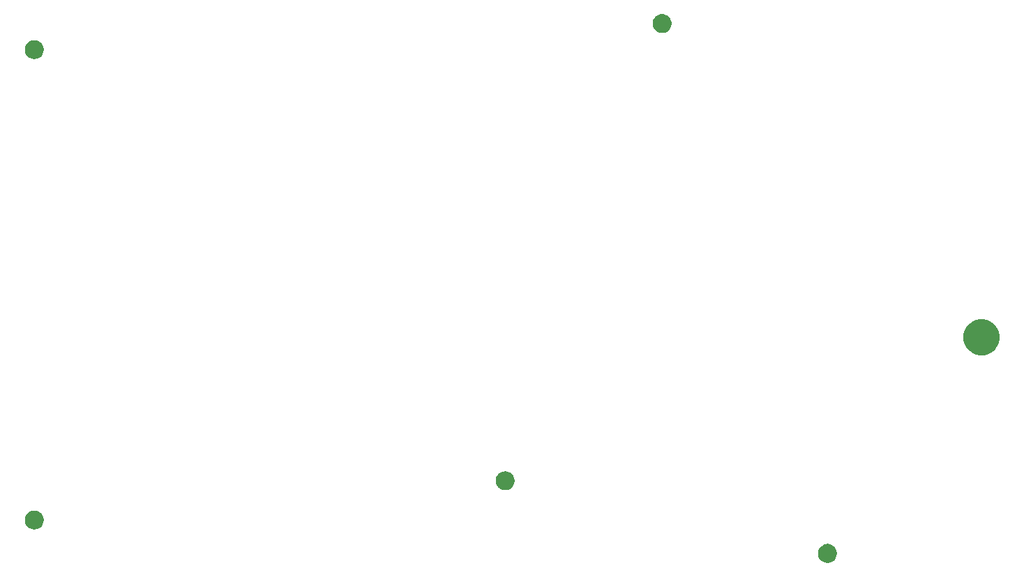
<source format=gbr>
G04 #@! TF.GenerationSoftware,KiCad,Pcbnew,(5.1.6)-1*
G04 #@! TF.CreationDate,2020-10-24T16:39:11+08:00*
G04 #@! TF.ProjectId,Cantaloupe_Base,43616e74-616c-46f7-9570-655f42617365,rev?*
G04 #@! TF.SameCoordinates,Original*
G04 #@! TF.FileFunction,Soldermask,Top*
G04 #@! TF.FilePolarity,Negative*
%FSLAX46Y46*%
G04 Gerber Fmt 4.6, Leading zero omitted, Abs format (unit mm)*
G04 Created by KiCad (PCBNEW (5.1.6)-1) date 2020-10-24 16:39:11*
%MOMM*%
%LPD*%
G01*
G04 APERTURE LIST*
%ADD10C,0.100000*%
G04 APERTURE END LIST*
D10*
G36*
X310805799Y-120408616D02*
G01*
X310916984Y-120430732D01*
X311126453Y-120517497D01*
X311314970Y-120643460D01*
X311475290Y-120803780D01*
X311601253Y-120992297D01*
X311688018Y-121201766D01*
X311732250Y-121424136D01*
X311732250Y-121650864D01*
X311688018Y-121873234D01*
X311601253Y-122082703D01*
X311475290Y-122271220D01*
X311314970Y-122431540D01*
X311126453Y-122557503D01*
X310916984Y-122644268D01*
X310805799Y-122666384D01*
X310694615Y-122688500D01*
X310467885Y-122688500D01*
X310356701Y-122666384D01*
X310245516Y-122644268D01*
X310036047Y-122557503D01*
X309847530Y-122431540D01*
X309687210Y-122271220D01*
X309561247Y-122082703D01*
X309474482Y-121873234D01*
X309430250Y-121650864D01*
X309430250Y-121424136D01*
X309474482Y-121201766D01*
X309561247Y-120992297D01*
X309687210Y-120803780D01*
X309847530Y-120643460D01*
X310036047Y-120517497D01*
X310245516Y-120430732D01*
X310356701Y-120408616D01*
X310467885Y-120386500D01*
X310694615Y-120386500D01*
X310805799Y-120408616D01*
G37*
G36*
X214537049Y-116346116D02*
G01*
X214648234Y-116368232D01*
X214857703Y-116454997D01*
X215046220Y-116580960D01*
X215206540Y-116741280D01*
X215332503Y-116929797D01*
X215419268Y-117139266D01*
X215463500Y-117361636D01*
X215463500Y-117588364D01*
X215419268Y-117810734D01*
X215332503Y-118020203D01*
X215206540Y-118208720D01*
X215046220Y-118369040D01*
X214857703Y-118495003D01*
X214648234Y-118581768D01*
X214537049Y-118603884D01*
X214425865Y-118626000D01*
X214199135Y-118626000D01*
X214087951Y-118603884D01*
X213976766Y-118581768D01*
X213767297Y-118495003D01*
X213578780Y-118369040D01*
X213418460Y-118208720D01*
X213292497Y-118020203D01*
X213205732Y-117810734D01*
X213161500Y-117588364D01*
X213161500Y-117361636D01*
X213205732Y-117139266D01*
X213292497Y-116929797D01*
X213418460Y-116741280D01*
X213578780Y-116580960D01*
X213767297Y-116454997D01*
X213976766Y-116368232D01*
X214087951Y-116346116D01*
X214199135Y-116324000D01*
X214425865Y-116324000D01*
X214537049Y-116346116D01*
G37*
G36*
X271687049Y-111583616D02*
G01*
X271798234Y-111605732D01*
X272007703Y-111692497D01*
X272196220Y-111818460D01*
X272356540Y-111978780D01*
X272482503Y-112167297D01*
X272569268Y-112376766D01*
X272613500Y-112599136D01*
X272613500Y-112825864D01*
X272569268Y-113048234D01*
X272482503Y-113257703D01*
X272356540Y-113446220D01*
X272196220Y-113606540D01*
X272007703Y-113732503D01*
X271798234Y-113819268D01*
X271687049Y-113841384D01*
X271575865Y-113863500D01*
X271349135Y-113863500D01*
X271237951Y-113841384D01*
X271126766Y-113819268D01*
X270917297Y-113732503D01*
X270728780Y-113606540D01*
X270568460Y-113446220D01*
X270442497Y-113257703D01*
X270355732Y-113048234D01*
X270311500Y-112825864D01*
X270311500Y-112599136D01*
X270355732Y-112376766D01*
X270442497Y-112167297D01*
X270568460Y-111978780D01*
X270728780Y-111818460D01*
X270917297Y-111692497D01*
X271126766Y-111605732D01*
X271237951Y-111583616D01*
X271349135Y-111561500D01*
X271575865Y-111561500D01*
X271687049Y-111583616D01*
G37*
G36*
X329924507Y-93171131D02*
G01*
X330325063Y-93337047D01*
X330325065Y-93337048D01*
X330685556Y-93577920D01*
X330992129Y-93884493D01*
X331233001Y-94244984D01*
X331233002Y-94244986D01*
X331398918Y-94645542D01*
X331483500Y-95070768D01*
X331483500Y-95504330D01*
X331398918Y-95929556D01*
X331233002Y-96330112D01*
X331233001Y-96330114D01*
X330992129Y-96690605D01*
X330685556Y-96997178D01*
X330325065Y-97238050D01*
X330325064Y-97238051D01*
X330325063Y-97238051D01*
X329924507Y-97403967D01*
X329499281Y-97488549D01*
X329065719Y-97488549D01*
X328640493Y-97403967D01*
X328239937Y-97238051D01*
X328239936Y-97238051D01*
X328239935Y-97238050D01*
X327879444Y-96997178D01*
X327572871Y-96690605D01*
X327331999Y-96330114D01*
X327331998Y-96330112D01*
X327166082Y-95929556D01*
X327081500Y-95504330D01*
X327081500Y-95070768D01*
X327166082Y-94645542D01*
X327331998Y-94244986D01*
X327331999Y-94244984D01*
X327572871Y-93884493D01*
X327879444Y-93577920D01*
X328239935Y-93337048D01*
X328239937Y-93337047D01*
X328640493Y-93171131D01*
X329065719Y-93086549D01*
X329499281Y-93086549D01*
X329924507Y-93171131D01*
G37*
G36*
X214537049Y-59196116D02*
G01*
X214648234Y-59218232D01*
X214857703Y-59304997D01*
X215046220Y-59430960D01*
X215206540Y-59591280D01*
X215332503Y-59779797D01*
X215419268Y-59989266D01*
X215463500Y-60211636D01*
X215463500Y-60438364D01*
X215419268Y-60660734D01*
X215332503Y-60870203D01*
X215206540Y-61058720D01*
X215046220Y-61219040D01*
X214857703Y-61345003D01*
X214648234Y-61431768D01*
X214537049Y-61453884D01*
X214425865Y-61476000D01*
X214199135Y-61476000D01*
X214087951Y-61453884D01*
X213976766Y-61431768D01*
X213767297Y-61345003D01*
X213578780Y-61219040D01*
X213418460Y-61058720D01*
X213292497Y-60870203D01*
X213205732Y-60660734D01*
X213161500Y-60438364D01*
X213161500Y-60211636D01*
X213205732Y-59989266D01*
X213292497Y-59779797D01*
X213418460Y-59591280D01*
X213578780Y-59430960D01*
X213767297Y-59304997D01*
X213976766Y-59218232D01*
X214087951Y-59196116D01*
X214199135Y-59174000D01*
X214425865Y-59174000D01*
X214537049Y-59196116D01*
G37*
G36*
X290737049Y-56021116D02*
G01*
X290848234Y-56043232D01*
X291057703Y-56129997D01*
X291246220Y-56255960D01*
X291406540Y-56416280D01*
X291532503Y-56604797D01*
X291619268Y-56814266D01*
X291663500Y-57036636D01*
X291663500Y-57263364D01*
X291619268Y-57485734D01*
X291532503Y-57695203D01*
X291406540Y-57883720D01*
X291246220Y-58044040D01*
X291057703Y-58170003D01*
X290848234Y-58256768D01*
X290737049Y-58278884D01*
X290625865Y-58301000D01*
X290399135Y-58301000D01*
X290287951Y-58278884D01*
X290176766Y-58256768D01*
X289967297Y-58170003D01*
X289778780Y-58044040D01*
X289618460Y-57883720D01*
X289492497Y-57695203D01*
X289405732Y-57485734D01*
X289361500Y-57263364D01*
X289361500Y-57036636D01*
X289405732Y-56814266D01*
X289492497Y-56604797D01*
X289618460Y-56416280D01*
X289778780Y-56255960D01*
X289967297Y-56129997D01*
X290176766Y-56043232D01*
X290287951Y-56021116D01*
X290399135Y-55999000D01*
X290625865Y-55999000D01*
X290737049Y-56021116D01*
G37*
M02*

</source>
